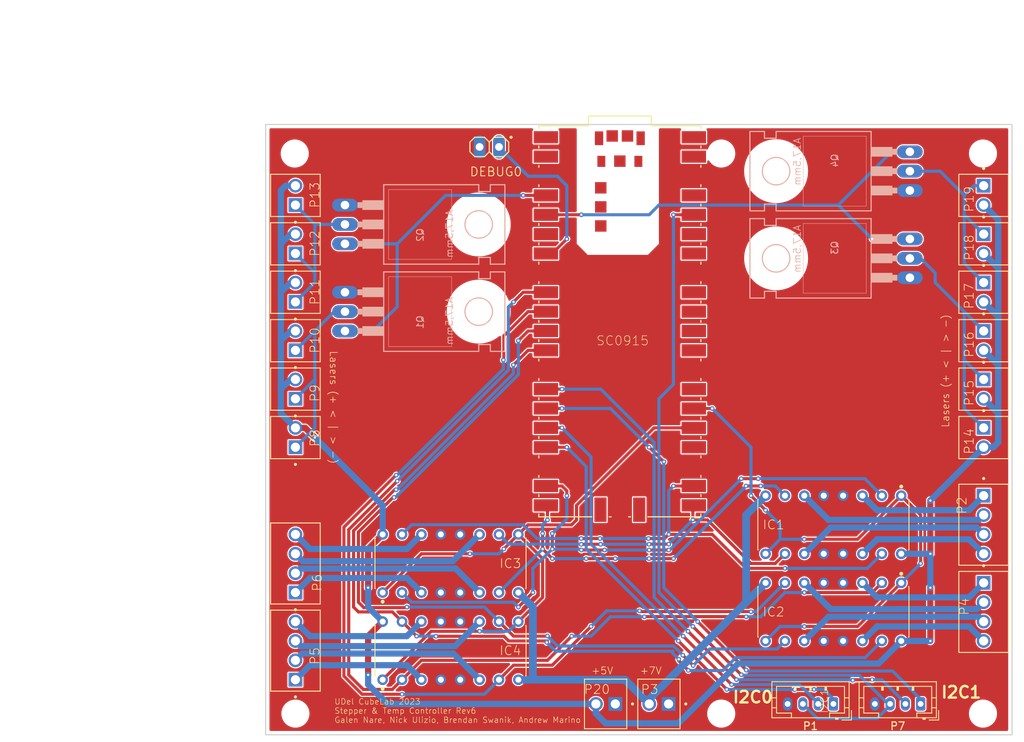
<source format=kicad_pcb>
(kicad_pcb (version 20221018) (generator pcbnew)

  (general
    (thickness 1.646)
  )

  (paper "A4")
  (layers
    (0 "F.Cu" signal "Front")
    (31 "B.Cu" signal "Back")
    (34 "B.Paste" user)
    (35 "F.Paste" user)
    (36 "B.SilkS" user "B.Silkscreen")
    (37 "F.SilkS" user "F.Silkscreen")
    (38 "B.Mask" user)
    (39 "F.Mask" user)
    (44 "Edge.Cuts" user)
    (45 "Margin" user)
    (46 "B.CrtYd" user "B.Courtyard")
    (47 "F.CrtYd" user "F.Courtyard")
    (49 "F.Fab" user)
  )

  (setup
    (stackup
      (layer "F.SilkS" (type "Top Silk Screen") (color "White") (material "Direct Printing"))
      (layer "F.Paste" (type "Top Solder Paste"))
      (layer "F.Mask" (type "Top Solder Mask") (color "Purple") (thickness 0.025))
      (layer "F.Cu" (type "copper") (thickness 0.036))
      (layer "dielectric 1" (type "core") (color "FR4 natural") (thickness 1.524) (material "FR4") (epsilon_r 4.5) (loss_tangent 0.02))
      (layer "B.Cu" (type "copper") (thickness 0.036))
      (layer "B.Mask" (type "Bottom Solder Mask") (color "Purple") (thickness 0.025))
      (layer "B.Paste" (type "Bottom Solder Paste"))
      (layer "B.SilkS" (type "Bottom Silk Screen") (color "White") (material "Direct Printing"))
      (copper_finish "None")
      (dielectric_constraints no)
    )
    (pad_to_mask_clearance 0.0508)
    (pcbplotparams
      (layerselection 0x00010fc_ffffffff)
      (plot_on_all_layers_selection 0x0000000_00000000)
      (disableapertmacros false)
      (usegerberextensions false)
      (usegerberattributes true)
      (usegerberadvancedattributes true)
      (creategerberjobfile true)
      (dashed_line_dash_ratio 12.000000)
      (dashed_line_gap_ratio 3.000000)
      (svgprecision 4)
      (plotframeref false)
      (viasonmask false)
      (mode 1)
      (useauxorigin false)
      (hpglpennumber 1)
      (hpglpenspeed 20)
      (hpglpendiameter 15.000000)
      (dxfpolygonmode true)
      (dxfimperialunits true)
      (dxfusepcbnewfont true)
      (psnegative false)
      (psa4output false)
      (plotreference true)
      (plotvalue true)
      (plotinvisibletext false)
      (sketchpadsonfab false)
      (subtractmaskfromsilk false)
      (outputformat 1)
      (mirror false)
      (drillshape 0)
      (scaleselection 1)
      (outputdirectory "../../cubesat-gerbers/")
    )
  )

  (net 0 "")
  (net 1 "3V3_EN")
  (net 2 "GND")
  (net 3 "Net-(U1-UART1_RX{slash}I2C0_SCL{slash}SPI0_CSN{slash}GP5)")
  (net 4 "Net-(IC1-1,2EN)")
  (net 5 "Net-(IC1-1A)")
  (net 6 "Net-(IC1-1Y)")
  (net 7 "Net-(IC1-2Y)")
  (net 8 "5V0")
  (net 9 "Net-(IC1-2A)")
  (net 10 "+7V")
  (net 11 "Net-(IC1-3A)")
  (net 12 "Net-(IC1-3Y)")
  (net 13 "VSYS")
  (net 14 "ADC_VREF")
  (net 15 "Net-(IC1-4Y)")
  (net 16 "Net-(IC1-4A)")
  (net 17 "Net-(IC2-1A)")
  (net 18 "Net-(IC2-1Y)")
  (net 19 "Net-(IC2-2Y)")
  (net 20 "Net-(IC2-2A)")
  (net 21 "Net-(IC2-3A)")
  (net 22 "Net-(IC2-3Y)")
  (net 23 "Net-(IC2-4Y)")
  (net 24 "Net-(IC2-4A)")
  (net 25 "Net-(IC3-1,2EN)")
  (net 26 "Net-(IC3-1Y)")
  (net 27 "Net-(IC3-2Y)")
  (net 28 "Net-(IC3-3Y)")
  (net 29 "Net-(IC3-4Y)")
  (net 30 "Net-(IC4-1Y)")
  (net 31 "Net-(IC4-2Y)")
  (net 32 "Net-(IC4-3Y)")
  (net 33 "Net-(IC4-4Y)")
  (net 34 "Net-(U1-3V3(OUT))")
  (net 35 "Net-(U1-UART0_TX{slash}I2C0_SDA{slash}GPI1_RX{slash}GP12)")
  (net 36 "Net-(U1-UART0_RX{slash}I2C0_SCL{slash}SPI1_CSN{slash}GP13)")
  (net 37 "Net-(U1-I2C1_SDA{slash}SPI1_SCK{slash}GP10)")
  (net 38 "Net-(U1-I2C1_SCL{slash}SPI1_TX{slash}GP11)")
  (net 39 "Net-(P10-Pad1)")
  (net 40 "Net-(P11-Pad1)")
  (net 41 "Net-(P14-Pad1)")
  (net 42 "Net-(P17-Pad1)")
  (net 43 "Net-(U1-I2C1_SDA{slash}SPI0_SCK{slash}GP2)")
  (net 44 "Net-(U1-I2C1_SCL{slash}SPI0_TX{slash}GP3)")
  (net 45 "VBUS")
  (net 46 "unconnected-(U1-GND_10-PadTP1)")
  (net 47 "unconnected-(U1-SWDIO-PadD3)")
  (net 48 "unconnected-(U1-SWCLK-PadD1)")
  (net 49 "unconnected-(U1-GND-PadD)")
  (net 50 "unconnected-(U1-GND_13-PadC)")
  (net 51 "unconnected-(U1-GND_12-PadB)")
  (net 52 "unconnected-(U1-GND_11-PadA)")
  (net 53 "unconnected-(U1-BOOTSEL-PadTP6)")
  (net 54 "unconnected-(U1-GPIO25{slash}LED-PadTP5)")
  (net 55 "unconnected-(U1-GPIO{slash}SMPS-PadTP4)")
  (net 56 "unconnected-(U1-USB_DP-PadTP3)")
  (net 57 "unconnected-(U1-USB_DM-PadTP2)")
  (net 58 "unconnected-(U1-ADC2{slash}GP28-Pad34)")
  (net 59 "unconnected-(U1-I2C1_SCL{slash}ADC1{slash}GP27-Pad32)")
  (net 60 "unconnected-(U1-I2C1_SDA{slash}ADC0{slash}GP26-Pad31)")
  (net 61 "unconnected-(U1-RUN-Pad30)")
  (net 62 "unconnected-(U1-GP22-Pad29)")
  (net 63 "unconnected-(U1-I2C0_SCL{slash}GP21-Pad27)")
  (net 64 "unconnected-(U1-I2C1_SDA{slash}SPI0_SCK{slash}GP18-Pad24)")
  (net 65 "unconnected-(U1-UART1_TX{slash}I2C0_SDA{slash}SPI0_RX{slash}GP4-Pad6)")
  (net 66 "unconnected-(U1-UART0_RX{slash}I2C0_SCL{slash}GPI0_CSN{slash}GP1-Pad2)")
  (net 67 "unconnected-(U1-UART0_TX{slash}I2C0_SDA{slash}SPI0_RX{slash}GP0-Pad1)")

  (footprint "MCU_Shield_RP2040_R6:1X02" (layer "F.Cu") (at 128.905 67.945 180))

  (footprint "MCU_Shield_RP2040_R6:TE_282834-2" (layer "F.Cu") (at 103.505 99.695 90))

  (footprint "MCU_Shield_RP2040_R6:DIP762W53P254L1980H508Q16B" (layer "F.Cu") (at 173.99 117.475 -90))

  (footprint "MCU_Shield_RP2040_R6:TE_282834-4" (layer "F.Cu") (at 193.675 128.905 -90))

  (footprint "MCU_Shield_RP2040_R6:TE_282834-4" (layer "F.Cu") (at 103.505 122.555 90))

  (footprint "MCU_Shield_RP2040_R6:DIP762W53P254L1980H508Q16B" (layer "F.Cu") (at 173.99 128.905 -90))

  (footprint "MCU_Shield_RP2040_R6:TE_282834-2" (layer "F.Cu") (at 193.675 80.645 -90))

  (footprint "MCU_Shield_RP2040_R6:TE_282834-4" (layer "F.Cu") (at 193.675 117.475 -90))

  (footprint "MCU_Shield_RP2040_R6:TE_282834-2" (layer "F.Cu") (at 193.675 74.295 -90))

  (footprint "MCU_Shield_RP2040_R6:SC0915_RPI" (layer "F.Cu") (at 146.009359 90.805))

  (footprint "MCU_Shield_RP2040_R6:TE_282834-2" (layer "F.Cu") (at 103.505 86.995 90))

  (footprint "MCU_Shield_RP2040_R6:TE_282834-2" (layer "F.Cu") (at 103.505 106.045 90))

  (footprint (layer "F.Cu") (at 193.5861 142.24))

  (footprint (layer "F.Cu") (at 103.505 142.24))

  (footprint "MCU_Shield_RP2040_R6:TE_282834-2" (layer "F.Cu") (at 193.675 106.045 -90))

  (footprint "MCU_Shield_RP2040_R6:TE_282834-2" (layer "F.Cu") (at 193.675 86.995 -90))

  (footprint (layer "F.Cu") (at 159.2961 68.8086))

  (footprint "MCU_Shield_RP2040_R6:TE_282834-2" (layer "F.Cu") (at 103.505 80.645 90))

  (footprint "Connector_JST:JST_PH_B4B-PH-K_1x04_P2.00mm_Vertical" (layer "F.Cu") (at 173.99 140.97 180))

  (footprint "MCU_Shield_RP2040_R6:TE_282834-2" (layer "F.Cu") (at 151.13 140.97 180))

  (footprint "MCU_Shield_RP2040_R6:TE_282834-2" (layer "F.Cu") (at 144.145 140.97 180))

  (footprint (layer "F.Cu") (at 193.5861 68.8086))

  (footprint "MCU_Shield_RP2040_R6:TE_282834-2" (layer "F.Cu") (at 103.505 74.295 90))

  (footprint "MCU_Shield_RP2040_R6:TE_282834-2" (layer "F.Cu") (at 193.675 99.695 -90))

  (footprint (layer "F.Cu") (at 103.4161 68.8086))

  (footprint (layer "F.Cu") (at 159.2961 142.24))

  (footprint "MCU_Shield_RP2040_R6:DIP762W53P254L1980H508Q16B" (layer "F.Cu") (at 123.825 133.985 90))

  (footprint "MCU_Shield_RP2040_R6:TE_282834-4" (layer "F.Cu") (at 103.505 133.985 90))

  (footprint "Connector_JST:JST_PH_B4B-PH-K_1x04_P2.00mm_Vertical" (layer "F.Cu") (at 185.42 140.97 180))

  (footprint "MCU_Shield_RP2040_R6:DIP762W53P254L1980H508Q16B" (layer "F.Cu") (at 123.825 122.555 90))

  (footprint "MCU_Shield_RP2040_R6:TE_282834-2" (layer "F.Cu") (at 103.505 93.345 90))

  (footprint "MCU_Shield_RP2040_R6:TE_282834-2" (layer "F.Cu") (at 193.675 93.345 -90))

  (footprint "MCU_Shield_RP2040_R6:TO220BH" (layer "B.Cu") (at 116.3447 89.535 90))

  (footprint "MCU_Shield_RP2040_R6:TO220BH" (layer "B.Cu") (at 177.6603 71.12 -90))

  (footprint "MCU_Shield_RP2040_R6:TO220BH" (layer "B.Cu")
    (tstamp ca809873-0d9b-42b7-aaaf-a657a784d0ff)
    (at 177.6603 82.55 -90)
    (descr "<b>Molded Package</b><p>\ngrid 2.54 mm")
    (property "Sheetfile" "MCU_Shield_RP2040_R6.kicad_sch")
    (property "Sheetname" "MCU_Shield_RP2040_R6_0")
    (path "/490190ea-ace7-42fe-83dc-4a76411998fd")
    (fp_text reference "Q3" (at -2.345 3.5 90) (layer "B.SilkS")
        (effects (font (size 0.871984 0.871984) (thickness 0.128016)) (justify left mirror))
      (tstamp e7e47960-913c-4356-88be-3077fc23a770)
    )
    (fp_text value "IRFI540NPBF" (at -3.937 2.54 90) (layer "B.Fab") hide
        (effects (font (size 1.6002 1.6002) (thickness 0.1778)) (justify left bottom mirror))
      (tstamp e85eb73c-8fb4-434a-ac15-b28773eef02a)
    )
    (fp_text user "A17,5mm" (at -4.445 7.874 90) (layer "B.SilkS")
        (effects (font (size 0.9144 0.9144) (thickness 0.1016)) (justify left bottom mirror))
      (tstamp 397f69c6-1070-48f7-a1f1-74bc37701360)
    )
    (fp_line (start -5.207 -1.27) (end -5.207 11.176)
      (stroke (width 0.1524) (type solid)) (layer "B.SilkS") (tstamp 7db9ce4f-2df2-4d92-a95a-8ea6c3629861))
    (fp_line (start -5.207 -1.27) (end 5.207 -1.27)
      (stroke (width 0.1524) (type solid)) (layer "B.SilkS") (tstamp 8ae76385-fa83-4faf-8a1a-f7c685a15a65))
    (fp_line (start -5.207 11.176) (end -4.318 11.176)
      (stroke (width 0.1524) (type solid)) (layer "B.SilkS") (tstamp 85f7eead-6b8d-43e9-9f32-00214dc6b530))
    (fp_line (start -5.207 12.7) (end -5.207 14.605)
      (stroke (width 0.1524) (type solid)) (layer "B.SilkS") (tstamp 99628e9d-6f85-4a77-a673-1540494c32f0))
    (fp_line (start -4.572 -0.635) (end -4.572 7.62)
      (stroke (width 0.0508) (type solid)) (layer "B.SilkS") (tstamp cbbce762-ffa3-4255-87ef-113c7a8bb644))
    (fp_line (start -4.572 -0.635) (end 4.572 -0.635)
      (stroke (width 0.0508) (type solid)) (layer "B.SilkS") (tstamp 2677b6ab-894e-4347-ad20-e0acf4e92eb3))
    (fp_line (start -4.318 11.176) (end -4.318 12.7)
      (stroke (width 0.1524) (type solid)) (layer "B.SilkS") (tstamp 144d1aae-f086-462c-a0ca-24f3f7057411))
    (fp_line (start -4.318 12.7) (end -5.207 12.7)
      (stroke (width 0.1524) (type solid)) (layer "B.SilkS") (tstamp 2ef801c6-eb52-41bf-ab80-004f6be88f5b))
    (fp_line (start 4.318 11.176) (end 4.318 12.7)
      (stroke (width 0.1524) (type solid)) (layer "B.SilkS") (tstamp df04ac12-24d9-484c-92fe-e98a05404708))
    (fp_line (start 4.318 12.7) (end 5.207 12.7)
      (stroke (width 0.1524) (type solid)) (layer "B.SilkS") (tstamp d9eccf2b-fabf-499a-918b-af8a2193e691))
    (fp_line (start 4.572 7.62) (end -4.572 7.62)
      (stroke (width 0.0508) (type solid)) (layer "B.SilkS") (tstamp 66061fd7-267f-4b8e-8423-64456fc67f99))
    (fp_line (start 4.572 7.62) (end 4.572 -0.635)
      (stroke (width 0.0508) (type solid)) (layer "B.SilkS") (tstamp 7af313b2-fee5-4474-ad55-2adf23dc3b2b))
    (fp_line (start 5.207 -1.27) (end 5.207 11.176)
      (stroke (width 0.1524) (type solid)) (layer "B.SilkS") (tstamp f37fbe24-4c4a-4d5e-a732-9fffc8dd9bcc))
    (fp_line (start 5.207 11.176) (end 4.318 11.176)
      (stroke (width 0.1524) (type solid)) (layer "B.SilkS") (tstamp 557e0e8b-5424-418d-8351-90f8619c3a31))
    (fp_line (start 5.207 12.7) (end 5.207 14.605)
      (stroke (width 0.1524) (type solid)) (layer "B.SilkS") (tstamp e7f73952-662b-4233-901a-ebb78f3db5eb))
    (fp_line (start 5.207 14.605) (end -5.207 14.605)
      (stroke (width 0.1524) (type solid)) (layer "B.SilkS") (tstamp 17d54b5a-c84f-499d-9e97-fe1abe6e5f10))
    (fp_circle (center 0 11.176) (end 1.8034 11.176)
      (stroke (width 0.1524) (type solid)) (fill none) (layer "B.SilkS") (tstamp 21b97521-cc1f-4661-8a16-c9212c4d5f89))
    (fp_poly
      (pts
        (xy -3.175 -4.064)
        (xy -1.905 -4.064)
        (xy -1.905 -1.27)
        (xy -3.175 -1.27)
      )

      (stroke (width 0) (type default)) (fill solid) (layer "B.SilkS") (tstamp b04a9e48-e6a0-4586-ba4f-969fb1eecdf4))
    (fp_poly
      (pts
        (xy -2.921 -4.699)
        (xy -2.159 -4.699)
        (xy -2.159 -4.064)
        (xy -2.921 -4.064)
      )

      (stroke (width 0) (type default)) (fill solid) (layer "B.SilkS") (tstamp 954484f2-9785-40ac-aa50-3be8a0c9382e))
    (fp_poly
      (pts
        (xy -0.635 -4.064)
        (xy 0.635 -4.064)
        (xy 0.635 -1.27)
        (xy -0.635 -1.27)
      )

      (stroke (width 0) (type default)) (fill solid) (layer "B.SilkS") (tstamp 1b665f74-b0d2-4172-9b71-09d9739a96f4))
    (fp_poly
      (pts
        (xy -0.381 -4.699)
        (xy 0.381 -4.699)
        (xy 0.381 -4.064)
        (xy -0.381 -4.064)
      )

      (stroke (width 0) (type default)) (fill solid) (layer "B.SilkS") (tstamp a7bc66dc-e2d5-4069-aeb8-5f0b3b9dbaec))
    (fp_poly
      (pts
        (xy 1.905 -4.064)
        (xy 3.175 -4.064)
        (xy 3.175 -1.27)
        (xy 1.905 -1.27)
      )

      (stroke (width 0) (type default)) (fill solid) (layer "B.SilkS") (tstamp fc23b1ca-ad75-428c-9775-1da5a6d8ed18))
    (fp_poly
      (pts
        (xy 2.159 -4.699)
        (xy 2.921 -4.699)
        (xy 2.921 -4.064)
        (xy 2.159 -4.064)
      )

      (stroke (width 0) (type default)) (fill solid) (layer "B.SilkS") (tstamp 972d97bf-6cae-49e6-8da0-6a55ac5c9df5))
    (fp_poly
      (pts
        (xy -2.921 -6.604)
        (xy -2.159 -6.604)
        (xy -2.159 -4.699)
        (xy -2.921 -4.699)
      )

      (stroke (width 0) (type default)) (fill solid) (layer "B.Fab") (tstamp 256d8216-0098-489b-9ffc-25e36284a99d))
    (fp_poly
      (pts
        (xy -0.381 -6.604)
        (xy 0.381 -6.604)
        (xy 0.381 -4.699)
        (xy -0.381 -4.699)
      )

      (stroke (width 0) (type default)) (fill solid) (layer "B.Fab") (tstamp 037973fe-1f4c-4941-ad10-edeb41ce4caf))
    (fp_poly
      (pts
        (xy 2.159 -6.604)
        (xy 2.921 -6.604)
        (xy 2.921 -4.699)
        (xy 2.159 -4.699)
      )

      (stroke (width 0) (type default)) (fill solid) (layer "B.Fab") (tstamp 003f63ff-2466-4346-b6ed-6e1c2d75a0fe))
    (pad "" np_thru_hole circle (at 0 11.176 270) (size 3.302 3.302) (drill 3.302) (layers "*.Cu" "*.Mask") (tstamp 23b9dc10-7f2e-4a00-8766-8212796fc3d3))
    (pad "D" thru_hole oval (at 0 -6.35 180) (size 3.3528 1.6764) (drill 1.1176) (layers "*.Cu" "*.Mask")
      (net 41 "Net-(P14-Pad1)") (pinfunction "D") (pintype "passive") (solder_mask_margin 0.0635) (thermal_bridge_angle 45) (tstamp 9d57b501-eb3d-4fab-9aa1-9f872ec2ba33))
    (pad "G" thru_hole oval (at -2.54 -6.35 180) (size 3.3528 1.6764) (drill 1.1176) (layers "*.Cu" "*.Mask")
      (net 44 "Net-(U1-I2C1_SCL{slash}SPI0_TX{slash}GP3)") (pinfunction "G") (pintype "passive") (solder_mask_margin 0.0635) (thermal_bridge_angle 45) (tstamp fba9fbca-ebd9-4734-9d4f-b4f2aaec21ce))
    (pad "S" thru_hole oval (at 2.54 -6.35 180) (size 3.3528 1.6764) (drill 1.1176) (layers "*.Cu" "*.Mask")
      (net 2 "GND") (pinfunction "S") (pintype "passive") (solder_mask_margin 0.0635) (thermal_bridge_angle 45) (tstamp e70b212e-676c-462a-995c-b12723595f28))
    (zone (net 0) (net_name "") (layer "F.Cu") (tstamp 98c71a5e-e227-4872-8771-459cb5a88e08) (hatch edge 0.5)
      (connect_pads (clearance 0))
      (min_thickness 0.25) (filled_areas_thickness no)
      (keepout (track
... [408756 chars truncated]
</source>
